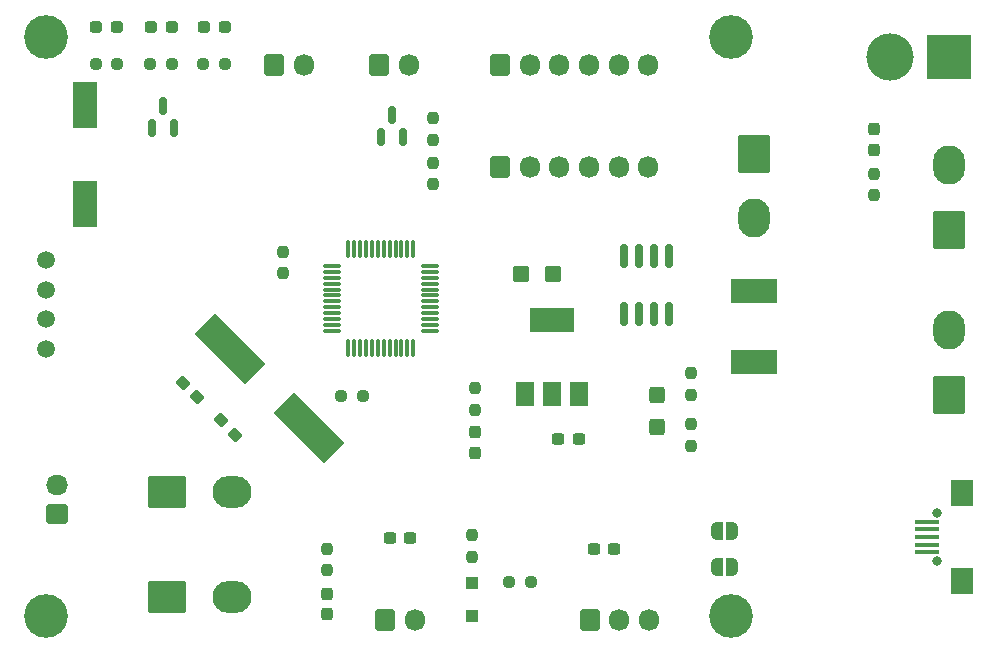
<source format=gbr>
%TF.GenerationSoftware,KiCad,Pcbnew,(6.0.4)*%
%TF.CreationDate,2022-06-24T18:11:39+09:00*%
%TF.ProjectId,cleanbot,636c6561-6e62-46f7-942e-6b696361645f,rev?*%
%TF.SameCoordinates,Original*%
%TF.FileFunction,Soldermask,Top*%
%TF.FilePolarity,Negative*%
%FSLAX46Y46*%
G04 Gerber Fmt 4.6, Leading zero omitted, Abs format (unit mm)*
G04 Created by KiCad (PCBNEW (6.0.4)) date 2022-06-24 18:11:39*
%MOMM*%
%LPD*%
G01*
G04 APERTURE LIST*
G04 Aperture macros list*
%AMRoundRect*
0 Rectangle with rounded corners*
0 $1 Rounding radius*
0 $2 $3 $4 $5 $6 $7 $8 $9 X,Y pos of 4 corners*
0 Add a 4 corners polygon primitive as box body*
4,1,4,$2,$3,$4,$5,$6,$7,$8,$9,$2,$3,0*
0 Add four circle primitives for the rounded corners*
1,1,$1+$1,$2,$3*
1,1,$1+$1,$4,$5*
1,1,$1+$1,$6,$7*
1,1,$1+$1,$8,$9*
0 Add four rect primitives between the rounded corners*
20,1,$1+$1,$2,$3,$4,$5,0*
20,1,$1+$1,$4,$5,$6,$7,0*
20,1,$1+$1,$6,$7,$8,$9,0*
20,1,$1+$1,$8,$9,$2,$3,0*%
%AMRotRect*
0 Rectangle, with rotation*
0 The origin of the aperture is its center*
0 $1 length*
0 $2 width*
0 $3 Rotation angle, in degrees counterclockwise*
0 Add horizontal line*
21,1,$1,$2,0,0,$3*%
%AMFreePoly0*
4,1,22,0.500000,-0.750000,0.000000,-0.750000,0.000000,-0.745033,-0.079941,-0.743568,-0.215256,-0.701293,-0.333266,-0.622738,-0.424486,-0.514219,-0.481581,-0.384460,-0.499164,-0.250000,-0.500000,-0.250000,-0.500000,0.250000,-0.499164,0.250000,-0.499963,0.256109,-0.478152,0.396186,-0.417904,0.524511,-0.324060,0.630769,-0.204165,0.706417,-0.067858,0.745374,0.000000,0.744959,0.000000,0.750000,
0.500000,0.750000,0.500000,-0.750000,0.500000,-0.750000,$1*%
%AMFreePoly1*
4,1,20,0.000000,0.744959,0.073905,0.744508,0.209726,0.703889,0.328688,0.626782,0.421226,0.519385,0.479903,0.390333,0.500000,0.250000,0.500000,-0.250000,0.499851,-0.262216,0.476331,-0.402017,0.414519,-0.529596,0.319384,-0.634700,0.198574,-0.708877,0.061801,-0.746166,0.000000,-0.745033,0.000000,-0.750000,-0.500000,-0.750000,-0.500000,0.750000,0.000000,0.750000,0.000000,0.744959,
0.000000,0.744959,$1*%
G04 Aperture macros list end*
%ADD10RoundRect,0.150000X0.150000X-0.825000X0.150000X0.825000X-0.150000X0.825000X-0.150000X-0.825000X0*%
%ADD11RoundRect,0.250000X-0.600000X-0.675000X0.600000X-0.675000X0.600000X0.675000X-0.600000X0.675000X0*%
%ADD12O,1.700000X1.850000*%
%ADD13C,1.500000*%
%ADD14RoundRect,0.237500X-0.237500X0.250000X-0.237500X-0.250000X0.237500X-0.250000X0.237500X0.250000X0*%
%ADD15RoundRect,0.237500X-0.250000X-0.237500X0.250000X-0.237500X0.250000X0.237500X-0.250000X0.237500X0*%
%ADD16RoundRect,0.237500X0.237500X-0.250000X0.237500X0.250000X-0.237500X0.250000X-0.237500X-0.250000X0*%
%ADD17RoundRect,0.237500X-0.380070X0.044194X0.044194X-0.380070X0.380070X-0.044194X-0.044194X0.380070X0*%
%ADD18RoundRect,0.237500X-0.287500X-0.237500X0.287500X-0.237500X0.287500X0.237500X-0.287500X0.237500X0*%
%ADD19C,3.700000*%
%ADD20FreePoly0,0.000000*%
%ADD21FreePoly1,0.000000*%
%ADD22RoundRect,0.237500X-0.237500X0.287500X-0.237500X-0.287500X0.237500X-0.287500X0.237500X0.287500X0*%
%ADD23RoundRect,0.250001X1.399999X-1.099999X1.399999X1.099999X-1.399999X1.099999X-1.399999X-1.099999X0*%
%ADD24O,3.300000X2.700000*%
%ADD25R,4.000000X2.000000*%
%ADD26RoundRect,0.150000X0.150000X-0.587500X0.150000X0.587500X-0.150000X0.587500X-0.150000X-0.587500X0*%
%ADD27RoundRect,0.237500X0.380070X-0.044194X-0.044194X0.380070X-0.380070X0.044194X0.044194X-0.380070X0*%
%ADD28RoundRect,0.250000X0.675000X-0.600000X0.675000X0.600000X-0.675000X0.600000X-0.675000X-0.600000X0*%
%ADD29O,1.850000X1.700000*%
%ADD30R,3.800000X3.800000*%
%ADD31C,4.000000*%
%ADD32RoundRect,0.237500X-0.300000X-0.237500X0.300000X-0.237500X0.300000X0.237500X-0.300000X0.237500X0*%
%ADD33RoundRect,0.250000X0.450000X0.425000X-0.450000X0.425000X-0.450000X-0.425000X0.450000X-0.425000X0*%
%ADD34R,1.100000X1.100000*%
%ADD35O,2.700000X3.300000*%
%ADD36RoundRect,0.250001X1.099999X1.399999X-1.099999X1.399999X-1.099999X-1.399999X1.099999X-1.399999X0*%
%ADD37RoundRect,0.250000X-0.425000X0.450000X-0.425000X-0.450000X0.425000X-0.450000X0.425000X0.450000X0*%
%ADD38R,2.000000X4.000000*%
%ADD39RotRect,6.000000X2.500000X135.000000*%
%ADD40RoundRect,0.237500X0.250000X0.237500X-0.250000X0.237500X-0.250000X-0.237500X0.250000X-0.237500X0*%
%ADD41RoundRect,0.237500X0.237500X-0.287500X0.237500X0.287500X-0.237500X0.287500X-0.237500X-0.287500X0*%
%ADD42RoundRect,0.075000X0.075000X-0.662500X0.075000X0.662500X-0.075000X0.662500X-0.075000X-0.662500X0*%
%ADD43RoundRect,0.075000X0.662500X-0.075000X0.662500X0.075000X-0.662500X0.075000X-0.662500X-0.075000X0*%
%ADD44R,1.500000X2.000000*%
%ADD45R,3.800000X2.000000*%
%ADD46RoundRect,0.250001X-1.099999X-1.399999X1.099999X-1.399999X1.099999X1.399999X-1.099999X1.399999X0*%
%ADD47C,0.800000*%
%ADD48R,2.000000X0.400000*%
%ADD49R,1.900000X2.300000*%
%ADD50RoundRect,0.237500X0.300000X0.237500X-0.300000X0.237500X-0.300000X-0.237500X0.300000X-0.237500X0*%
G04 APERTURE END LIST*
D10*
%TO.C,U3*%
X52451000Y29021000D03*
X53721000Y29021000D03*
X54991000Y29021000D03*
X56261000Y29021000D03*
X56261000Y33971000D03*
X54991000Y33971000D03*
X53721000Y33971000D03*
X52451000Y33971000D03*
%TD*%
D11*
%TO.C,J11*%
X49570000Y3160000D03*
D12*
X52070000Y3160000D03*
X54570000Y3160000D03*
%TD*%
D13*
%TO.C,J14*%
X3556000Y26095000D03*
X3556000Y28595000D03*
X3556000Y31095000D03*
X3556000Y33595000D03*
%TD*%
D14*
%TO.C,R9*%
X27305000Y9167500D03*
X27305000Y7342500D03*
%TD*%
D15*
%TO.C,R12*%
X7737500Y50165000D03*
X9562500Y50165000D03*
%TD*%
D16*
%TO.C,R4*%
X36271200Y43791500D03*
X36271200Y45616500D03*
%TD*%
D17*
%TO.C,C4*%
X15138120Y23215880D03*
X16357880Y21996120D03*
%TD*%
D18*
%TO.C,D6*%
X7775000Y53340000D03*
X9525000Y53340000D03*
%TD*%
D19*
%TO.C,REF\u002A\u002A*%
X61500000Y52500000D03*
%TD*%
%TO.C,REF\u002A\u002A*%
X61500000Y3500000D03*
%TD*%
D20*
%TO.C,JP1*%
X60310000Y7620000D03*
D21*
X61610000Y7620000D03*
%TD*%
D15*
%TO.C,R13*%
X42775500Y6350000D03*
X44600500Y6350000D03*
%TD*%
D22*
%TO.C,D2*%
X73660000Y44690000D03*
X73660000Y42940000D03*
%TD*%
D14*
%TO.C,R14*%
X39624000Y10310500D03*
X39624000Y8485500D03*
%TD*%
%TO.C,R5*%
X58166000Y24026500D03*
X58166000Y22201500D03*
%TD*%
D23*
%TO.C,J9*%
X13820000Y13970000D03*
D24*
X19320000Y13970000D03*
%TD*%
D25*
%TO.C,R15*%
X63500000Y24940000D03*
X63500000Y30940000D03*
%TD*%
D16*
%TO.C,R6*%
X58166000Y17883500D03*
X58166000Y19708500D03*
%TD*%
D26*
%TO.C,Q2*%
X12512000Y44782500D03*
X14412000Y44782500D03*
X13462000Y46657500D03*
%TD*%
D27*
%TO.C,C6*%
X18313120Y20040880D03*
X19532880Y18821120D03*
%TD*%
D18*
%TO.C,D1*%
X16952000Y53340000D03*
X18702000Y53340000D03*
%TD*%
D28*
%TO.C,J13*%
X4460000Y12085000D03*
D29*
X4460000Y14585000D03*
%TD*%
D19*
%TO.C,REF\u002A\u002A*%
X3500000Y3500000D03*
%TD*%
D30*
%TO.C,J4*%
X79970000Y50800000D03*
D31*
X74970000Y50800000D03*
%TD*%
D11*
%TO.C,J15*%
X32278000Y3160000D03*
D12*
X34778000Y3160000D03*
%TD*%
D16*
%TO.C,R1*%
X23622000Y32488500D03*
X23622000Y34313500D03*
%TD*%
D11*
%TO.C,J10*%
X22880000Y50150000D03*
D12*
X25380000Y50150000D03*
%TD*%
D23*
%TO.C,J7*%
X13820000Y5080000D03*
D24*
X19320000Y5080000D03*
%TD*%
D32*
%TO.C,C15*%
X32665500Y10033000D03*
X34390500Y10033000D03*
%TD*%
D18*
%TO.C,D4*%
X12460000Y53340000D03*
X14210000Y53340000D03*
%TD*%
D15*
%TO.C,R7*%
X16867500Y50165000D03*
X18692500Y50165000D03*
%TD*%
D33*
%TO.C,C12*%
X46435000Y32385000D03*
X43735000Y32385000D03*
%TD*%
D14*
%TO.C,R11*%
X39878000Y22756500D03*
X39878000Y20931500D03*
%TD*%
D26*
%TO.C,Q1*%
X31866800Y44020500D03*
X33766800Y44020500D03*
X32816800Y45895500D03*
%TD*%
D34*
%TO.C,D7*%
X39624000Y6226000D03*
X39624000Y3426000D03*
%TD*%
D35*
%TO.C,J6*%
X80010000Y27650000D03*
D36*
X80010000Y22150000D03*
%TD*%
D37*
%TO.C,C13*%
X55245000Y22178000D03*
X55245000Y19478000D03*
%TD*%
D11*
%TO.C,J3*%
X31770000Y50150000D03*
D12*
X34270000Y50150000D03*
%TD*%
D38*
%TO.C,LS1*%
X6858000Y38354000D03*
X6858000Y46736000D03*
%TD*%
D39*
%TO.C,Y1*%
X25837757Y19374243D03*
X19120243Y26091757D03*
%TD*%
D19*
%TO.C,REF\u002A\u002A*%
X3500000Y52500000D03*
%TD*%
D11*
%TO.C,J2*%
X42010000Y41514000D03*
D12*
X44510000Y41514000D03*
X47010000Y41514000D03*
X49510000Y41514000D03*
X52010000Y41514000D03*
X54510000Y41514000D03*
%TD*%
D16*
%TO.C,R8*%
X73660000Y39092500D03*
X73660000Y40917500D03*
%TD*%
D15*
%TO.C,R10*%
X12375500Y50165000D03*
X14200500Y50165000D03*
%TD*%
D20*
%TO.C,JP2*%
X60310000Y10668000D03*
D21*
X61610000Y10668000D03*
%TD*%
D16*
%TO.C,R3*%
X36271200Y40032300D03*
X36271200Y41857300D03*
%TD*%
D40*
%TO.C,R2*%
X30376500Y22098000D03*
X28551500Y22098000D03*
%TD*%
D41*
%TO.C,D5*%
X39878000Y17286000D03*
X39878000Y19036000D03*
%TD*%
D42*
%TO.C,U1*%
X29127000Y26190500D03*
X29627000Y26190500D03*
X30127000Y26190500D03*
X30627000Y26190500D03*
X31127000Y26190500D03*
X31627000Y26190500D03*
X32127000Y26190500D03*
X32627000Y26190500D03*
X33127000Y26190500D03*
X33627000Y26190500D03*
X34127000Y26190500D03*
X34627000Y26190500D03*
D43*
X36039500Y27603000D03*
X36039500Y28103000D03*
X36039500Y28603000D03*
X36039500Y29103000D03*
X36039500Y29603000D03*
X36039500Y30103000D03*
X36039500Y30603000D03*
X36039500Y31103000D03*
X36039500Y31603000D03*
X36039500Y32103000D03*
X36039500Y32603000D03*
X36039500Y33103000D03*
D42*
X34627000Y34515500D03*
X34127000Y34515500D03*
X33627000Y34515500D03*
X33127000Y34515500D03*
X32627000Y34515500D03*
X32127000Y34515500D03*
X31627000Y34515500D03*
X31127000Y34515500D03*
X30627000Y34515500D03*
X30127000Y34515500D03*
X29627000Y34515500D03*
X29127000Y34515500D03*
D43*
X27714500Y33103000D03*
X27714500Y32603000D03*
X27714500Y32103000D03*
X27714500Y31603000D03*
X27714500Y31103000D03*
X27714500Y30603000D03*
X27714500Y30103000D03*
X27714500Y29603000D03*
X27714500Y29103000D03*
X27714500Y28603000D03*
X27714500Y28103000D03*
X27714500Y27603000D03*
%TD*%
D44*
%TO.C,U2*%
X44055000Y22250000D03*
D45*
X46355000Y28550000D03*
D44*
X46355000Y22250000D03*
X48655000Y22250000D03*
%TD*%
D46*
%TO.C,J8*%
X63500000Y42620000D03*
D35*
X63500000Y37120000D03*
%TD*%
D12*
%TO.C,J1*%
X54510000Y50150000D03*
X52010000Y50150000D03*
X49510000Y50150000D03*
X47010000Y50150000D03*
X44510000Y50150000D03*
D11*
X42010000Y50150000D03*
%TD*%
D36*
%TO.C,J5*%
X80010000Y36120000D03*
D35*
X80010000Y41620000D03*
%TD*%
D47*
%TO.C,J12*%
X78950000Y12160000D03*
X78950000Y8160000D03*
D48*
X78150000Y8860000D03*
X78150000Y9510000D03*
X78150000Y10160000D03*
X78150000Y10810000D03*
X78150000Y11460000D03*
D49*
X81100000Y13910000D03*
X81100000Y6410000D03*
%TD*%
D50*
%TO.C,C11*%
X48641000Y18415000D03*
X46916000Y18415000D03*
%TD*%
D32*
%TO.C,C14*%
X49937500Y9144000D03*
X51662500Y9144000D03*
%TD*%
D41*
%TO.C,D3*%
X27305000Y3607500D03*
X27305000Y5357500D03*
%TD*%
M02*

</source>
